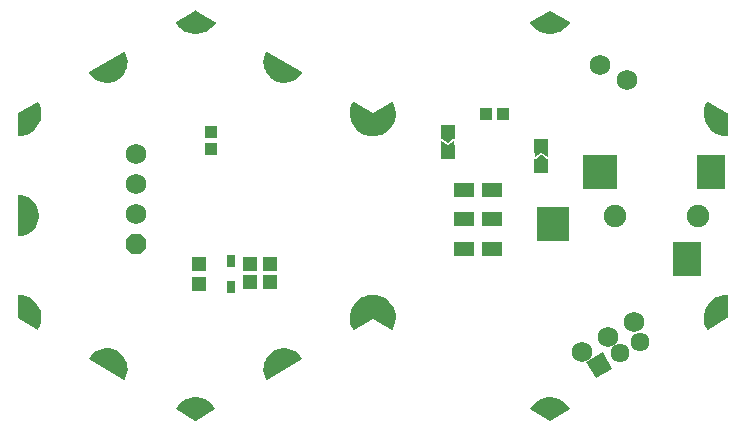
<source format=gbr>
G04 EAGLE Gerber RS-274X export*
G75*
%MOMM*%
%FSLAX34Y34*%
%LPD*%
%INSoldermask Top*%
%IPPOS*%
%AMOC8*
5,1,8,0,0,1.08239X$1,22.5*%
G01*
%ADD10R,1.003200X1.003200*%
%ADD11C,1.203200*%
%ADD12P,1.869504X8X22.500000*%
%ADD13R,1.203200X1.303200*%
%ADD14C,1.727200*%
%ADD15R,1.803200X1.203200*%
%ADD16R,0.703200X1.003200*%
%ADD17R,2.803200X3.003200*%
%ADD18R,2.403200X3.003200*%
%ADD19R,3.003200X3.003200*%
%ADD20C,1.903200*%
%ADD21R,1.611200X1.611200*%
%ADD22C,1.611200*%
%ADD23R,1.303200X1.203200*%

G36*
X-786Y67103D02*
X-786Y67103D01*
X-773Y67102D01*
X2277Y67345D01*
X2310Y67354D01*
X2357Y67358D01*
X5328Y68086D01*
X5359Y68101D01*
X5405Y68112D01*
X5468Y68139D01*
X5469Y68139D01*
X6644Y68638D01*
X7820Y69137D01*
X8221Y69308D01*
X8249Y69327D01*
X8292Y69345D01*
X10880Y70977D01*
X10905Y71001D01*
X10945Y71025D01*
X13237Y73052D01*
X13258Y73079D01*
X13293Y73110D01*
X15231Y75478D01*
X15247Y75508D01*
X15277Y75544D01*
X16810Y78192D01*
X16821Y78224D01*
X16845Y78264D01*
X16898Y78404D01*
X17658Y80401D01*
X17848Y80900D01*
X17933Y81124D01*
X17939Y81157D01*
X17955Y81201D01*
X18571Y84198D01*
X18571Y84232D01*
X18581Y84278D01*
X18708Y87335D01*
X18702Y87369D01*
X18705Y87416D01*
X18339Y90454D01*
X18329Y90486D01*
X18323Y90532D01*
X17476Y93472D01*
X17460Y93502D01*
X17447Y93548D01*
X16139Y96314D01*
X16122Y96336D01*
X16112Y96363D01*
X16063Y96415D01*
X16020Y96473D01*
X15995Y96487D01*
X15975Y96508D01*
X15910Y96537D01*
X15848Y96573D01*
X15820Y96576D01*
X15793Y96588D01*
X15721Y96589D01*
X15651Y96598D01*
X15623Y96590D01*
X15594Y96591D01*
X15500Y96555D01*
X15459Y96544D01*
X15451Y96537D01*
X15438Y96533D01*
X-813Y87176D01*
X-17063Y96533D01*
X-17091Y96542D01*
X-17114Y96558D01*
X-17184Y96573D01*
X-17252Y96596D01*
X-17281Y96593D01*
X-17309Y96599D01*
X-17379Y96586D01*
X-17450Y96580D01*
X-17476Y96567D01*
X-17504Y96561D01*
X-17563Y96521D01*
X-17627Y96488D01*
X-17645Y96466D01*
X-17669Y96450D01*
X-17726Y96367D01*
X-17753Y96335D01*
X-17756Y96324D01*
X-17764Y96314D01*
X-19072Y93548D01*
X-19080Y93515D01*
X-19101Y93472D01*
X-19948Y90532D01*
X-19951Y90498D01*
X-19964Y90454D01*
X-20330Y87416D01*
X-20327Y87382D01*
X-20333Y87335D01*
X-20206Y84278D01*
X-20198Y84245D01*
X-20196Y84198D01*
X-19580Y81201D01*
X-19567Y81170D01*
X-19558Y81124D01*
X-18470Y78264D01*
X-18451Y78236D01*
X-18435Y78192D01*
X-16902Y75544D01*
X-16879Y75518D01*
X-16856Y75478D01*
X-14918Y73110D01*
X-14892Y73088D01*
X-14862Y73052D01*
X-12570Y71025D01*
X-12540Y71009D01*
X-12505Y70977D01*
X-9917Y69345D01*
X-9886Y69333D01*
X-9846Y69308D01*
X-7030Y68112D01*
X-6996Y68105D01*
X-6953Y68086D01*
X-3982Y67358D01*
X-3948Y67356D01*
X-3902Y67345D01*
X-852Y67102D01*
X-824Y67106D01*
X-796Y67101D01*
X-786Y67103D01*
G37*
G36*
X15754Y-96586D02*
X15754Y-96586D01*
X15825Y-96580D01*
X15851Y-96567D01*
X15879Y-96561D01*
X15938Y-96521D01*
X16002Y-96488D01*
X16020Y-96466D01*
X16044Y-96450D01*
X16101Y-96367D01*
X16128Y-96335D01*
X16131Y-96324D01*
X16139Y-96314D01*
X17447Y-93548D01*
X17455Y-93515D01*
X17476Y-93472D01*
X18323Y-90532D01*
X18326Y-90498D01*
X18339Y-90454D01*
X18705Y-87416D01*
X18702Y-87382D01*
X18708Y-87335D01*
X18581Y-84278D01*
X18573Y-84245D01*
X18571Y-84198D01*
X17955Y-81201D01*
X17942Y-81170D01*
X17933Y-81124D01*
X16845Y-78264D01*
X16826Y-78236D01*
X16810Y-78192D01*
X15277Y-75544D01*
X15254Y-75518D01*
X15231Y-75478D01*
X13293Y-73110D01*
X13267Y-73088D01*
X13237Y-73052D01*
X10945Y-71025D01*
X10915Y-71009D01*
X10880Y-70977D01*
X8292Y-69345D01*
X8261Y-69333D01*
X8221Y-69308D01*
X5405Y-68112D01*
X5371Y-68105D01*
X5328Y-68086D01*
X2357Y-67358D01*
X2323Y-67356D01*
X2277Y-67345D01*
X-773Y-67102D01*
X-801Y-67106D01*
X-829Y-67101D01*
X-839Y-67103D01*
X-852Y-67102D01*
X-3902Y-67345D01*
X-3935Y-67354D01*
X-3982Y-67358D01*
X-6953Y-68086D01*
X-6984Y-68101D01*
X-7030Y-68112D01*
X-7194Y-68182D01*
X-8370Y-68681D01*
X-9546Y-69180D01*
X-9846Y-69308D01*
X-9874Y-69327D01*
X-9917Y-69345D01*
X-12505Y-70977D01*
X-12530Y-71001D01*
X-12570Y-71025D01*
X-14862Y-73052D01*
X-14883Y-73079D01*
X-14918Y-73110D01*
X-16856Y-75478D01*
X-16872Y-75508D01*
X-16902Y-75544D01*
X-18435Y-78192D01*
X-18446Y-78224D01*
X-18470Y-78264D01*
X-19558Y-81124D01*
X-19564Y-81157D01*
X-19580Y-81201D01*
X-20196Y-84198D01*
X-20196Y-84232D01*
X-20206Y-84278D01*
X-20333Y-87335D01*
X-20327Y-87369D01*
X-20330Y-87416D01*
X-19964Y-90454D01*
X-19954Y-90486D01*
X-19948Y-90532D01*
X-19101Y-93472D01*
X-19085Y-93502D01*
X-19072Y-93548D01*
X-17764Y-96314D01*
X-17747Y-96336D01*
X-17737Y-96363D01*
X-17688Y-96415D01*
X-17645Y-96473D01*
X-17620Y-96487D01*
X-17600Y-96508D01*
X-17535Y-96537D01*
X-17473Y-96573D01*
X-17445Y-96576D01*
X-17418Y-96588D01*
X-17346Y-96589D01*
X-17276Y-96598D01*
X-17248Y-96590D01*
X-17219Y-96591D01*
X-17125Y-96555D01*
X-17084Y-96544D01*
X-17076Y-96537D01*
X-17063Y-96533D01*
X-813Y-87176D01*
X15438Y-96533D01*
X15466Y-96542D01*
X15489Y-96558D01*
X15559Y-96573D01*
X15627Y-96596D01*
X15656Y-96593D01*
X15684Y-96599D01*
X15754Y-96586D01*
G37*
G36*
X-300785Y-17496D02*
X-300785Y-17496D01*
X-300771Y-17498D01*
X-297973Y-17266D01*
X-297940Y-17256D01*
X-297892Y-17252D01*
X-295170Y-16563D01*
X-295139Y-16548D01*
X-295092Y-16536D01*
X-292521Y-15408D01*
X-292493Y-15388D01*
X-292448Y-15369D01*
X-290098Y-13833D01*
X-290073Y-13809D01*
X-290033Y-13783D01*
X-287967Y-11881D01*
X-287955Y-11864D01*
X-287942Y-11855D01*
X-287932Y-11839D01*
X-287911Y-11820D01*
X-286187Y-9605D01*
X-286171Y-9574D01*
X-286142Y-9536D01*
X-284805Y-7066D01*
X-284795Y-7033D01*
X-284772Y-6991D01*
X-283861Y-4335D01*
X-283856Y-4301D01*
X-283840Y-4255D01*
X-283378Y-1486D01*
X-283379Y-1451D01*
X-283371Y-1404D01*
X-283371Y1404D01*
X-283378Y1438D01*
X-283378Y1486D01*
X-283840Y4255D01*
X-283853Y4288D01*
X-283861Y4335D01*
X-284772Y6991D01*
X-284790Y7021D01*
X-284805Y7066D01*
X-286142Y9536D01*
X-286164Y9562D01*
X-286187Y9605D01*
X-287911Y11820D01*
X-287938Y11843D01*
X-287967Y11881D01*
X-290033Y13783D01*
X-290062Y13801D01*
X-290098Y13833D01*
X-292448Y15369D01*
X-292481Y15382D01*
X-292521Y15408D01*
X-295092Y16536D01*
X-295126Y16543D01*
X-295170Y16563D01*
X-297892Y17252D01*
X-297927Y17254D01*
X-297973Y17266D01*
X-300771Y17498D01*
X-300800Y17494D01*
X-300829Y17499D01*
X-300898Y17483D01*
X-300969Y17474D01*
X-300994Y17460D01*
X-301022Y17453D01*
X-301080Y17411D01*
X-301141Y17376D01*
X-301159Y17352D01*
X-301183Y17335D01*
X-301219Y17274D01*
X-301262Y17217D01*
X-301269Y17189D01*
X-301284Y17164D01*
X-301301Y17066D01*
X-301311Y17025D01*
X-301309Y17014D01*
X-301312Y17000D01*
X-301312Y-17000D01*
X-301306Y-17029D01*
X-301308Y-17058D01*
X-301286Y-17125D01*
X-301272Y-17195D01*
X-301256Y-17219D01*
X-301247Y-17247D01*
X-301200Y-17300D01*
X-301160Y-17359D01*
X-301135Y-17375D01*
X-301116Y-17397D01*
X-301052Y-17428D01*
X-300992Y-17466D01*
X-300963Y-17471D01*
X-300937Y-17483D01*
X-300838Y-17492D01*
X-300796Y-17499D01*
X-300785Y-17496D01*
G37*
G36*
X-211046Y-138886D02*
X-211046Y-138886D01*
X-210976Y-138880D01*
X-210950Y-138867D01*
X-210921Y-138861D01*
X-210862Y-138821D01*
X-210799Y-138789D01*
X-210780Y-138766D01*
X-210756Y-138750D01*
X-210699Y-138668D01*
X-210672Y-138635D01*
X-210669Y-138625D01*
X-210661Y-138613D01*
X-209463Y-136078D01*
X-209454Y-136044D01*
X-209434Y-136001D01*
X-208669Y-133303D01*
X-208666Y-133268D01*
X-208653Y-133222D01*
X-208343Y-130434D01*
X-208345Y-130406D01*
X-208343Y-130395D01*
X-208345Y-130391D01*
X-208340Y-130352D01*
X-208493Y-127552D01*
X-208502Y-127518D01*
X-208504Y-127470D01*
X-209116Y-124733D01*
X-209130Y-124701D01*
X-209140Y-124654D01*
X-210194Y-122055D01*
X-210213Y-122026D01*
X-210231Y-121982D01*
X-211698Y-119591D01*
X-211722Y-119566D01*
X-211747Y-119525D01*
X-213587Y-117409D01*
X-213615Y-117388D01*
X-213646Y-117351D01*
X-215810Y-115567D01*
X-215841Y-115551D01*
X-215878Y-115520D01*
X-218306Y-114116D01*
X-218338Y-114105D01*
X-218380Y-114081D01*
X-221006Y-113096D01*
X-221040Y-113090D01*
X-221085Y-113073D01*
X-223837Y-112534D01*
X-223872Y-112534D01*
X-223919Y-112525D01*
X-226723Y-112446D01*
X-226757Y-112452D01*
X-226805Y-112450D01*
X-229583Y-112833D01*
X-229616Y-112845D01*
X-229664Y-112851D01*
X-232341Y-113687D01*
X-232371Y-113704D01*
X-232417Y-113718D01*
X-234920Y-114982D01*
X-234948Y-115004D01*
X-234991Y-115026D01*
X-237251Y-116685D01*
X-237275Y-116711D01*
X-237314Y-116739D01*
X-239271Y-118748D01*
X-239289Y-118777D01*
X-239323Y-118812D01*
X-240923Y-121115D01*
X-240934Y-121142D01*
X-240953Y-121165D01*
X-240973Y-121233D01*
X-241001Y-121298D01*
X-241001Y-121327D01*
X-241010Y-121355D01*
X-241002Y-121426D01*
X-241002Y-121497D01*
X-240991Y-121524D01*
X-240988Y-121553D01*
X-240953Y-121615D01*
X-240926Y-121680D01*
X-240905Y-121701D01*
X-240891Y-121726D01*
X-240814Y-121789D01*
X-240784Y-121819D01*
X-240773Y-121823D01*
X-240762Y-121832D01*
X-211362Y-138832D01*
X-211335Y-138841D01*
X-211311Y-138858D01*
X-211241Y-138873D01*
X-211174Y-138895D01*
X-211145Y-138893D01*
X-211116Y-138899D01*
X-211046Y-138886D01*
G37*
G36*
X-223919Y112525D02*
X-223919Y112525D01*
X-223885Y112533D01*
X-223837Y112534D01*
X-221085Y113073D01*
X-221053Y113087D01*
X-221006Y113096D01*
X-218380Y114081D01*
X-218351Y114099D01*
X-218306Y114116D01*
X-215878Y115520D01*
X-215852Y115543D01*
X-215810Y115567D01*
X-213646Y117351D01*
X-213625Y117378D01*
X-213587Y117409D01*
X-211747Y119525D01*
X-211730Y119555D01*
X-211698Y119591D01*
X-210231Y121982D01*
X-210219Y122014D01*
X-210194Y122055D01*
X-209140Y124654D01*
X-209134Y124688D01*
X-209116Y124733D01*
X-208504Y127470D01*
X-208503Y127505D01*
X-208493Y127552D01*
X-208340Y130352D01*
X-208345Y130386D01*
X-208343Y130434D01*
X-208653Y133222D01*
X-208663Y133255D01*
X-208669Y133303D01*
X-209434Y136001D01*
X-209450Y136031D01*
X-209463Y136078D01*
X-210661Y138613D01*
X-210679Y138637D01*
X-210689Y138664D01*
X-210738Y138716D01*
X-210780Y138773D01*
X-210805Y138787D01*
X-210825Y138809D01*
X-210891Y138837D01*
X-210952Y138873D01*
X-210981Y138876D01*
X-211008Y138888D01*
X-211079Y138889D01*
X-211149Y138898D01*
X-211177Y138890D01*
X-211207Y138890D01*
X-211299Y138856D01*
X-211341Y138844D01*
X-211350Y138837D01*
X-211362Y138832D01*
X-240762Y121832D01*
X-240784Y121813D01*
X-240811Y121800D01*
X-240858Y121747D01*
X-240911Y121700D01*
X-240924Y121674D01*
X-240943Y121652D01*
X-240966Y121585D01*
X-240997Y121521D01*
X-240998Y121492D01*
X-241008Y121464D01*
X-241003Y121393D01*
X-241006Y121322D01*
X-240995Y121295D01*
X-240993Y121266D01*
X-240951Y121176D01*
X-240936Y121136D01*
X-240929Y121128D01*
X-240923Y121115D01*
X-239323Y118812D01*
X-239298Y118788D01*
X-239271Y118748D01*
X-237314Y116739D01*
X-237285Y116720D01*
X-237251Y116685D01*
X-234991Y115026D01*
X-234959Y115011D01*
X-234920Y114982D01*
X-232417Y113718D01*
X-232384Y113709D01*
X-232341Y113687D01*
X-229664Y112851D01*
X-229629Y112848D01*
X-229583Y112833D01*
X-226805Y112450D01*
X-226770Y112452D01*
X-226723Y112446D01*
X-223919Y112525D01*
G37*
G36*
X-90448Y-138890D02*
X-90448Y-138890D01*
X-90418Y-138890D01*
X-90326Y-138856D01*
X-90284Y-138844D01*
X-90276Y-138837D01*
X-90263Y-138832D01*
X-60863Y-121832D01*
X-60841Y-121813D01*
X-60814Y-121800D01*
X-60767Y-121747D01*
X-60714Y-121700D01*
X-60701Y-121674D01*
X-60682Y-121652D01*
X-60659Y-121585D01*
X-60628Y-121521D01*
X-60627Y-121492D01*
X-60617Y-121464D01*
X-60622Y-121393D01*
X-60619Y-121322D01*
X-60630Y-121295D01*
X-60632Y-121266D01*
X-60674Y-121176D01*
X-60689Y-121136D01*
X-60697Y-121128D01*
X-60702Y-121115D01*
X-62302Y-118812D01*
X-62327Y-118788D01*
X-62354Y-118748D01*
X-64311Y-116739D01*
X-64340Y-116720D01*
X-64374Y-116685D01*
X-66634Y-115026D01*
X-66666Y-115011D01*
X-66705Y-114982D01*
X-69208Y-113718D01*
X-69241Y-113709D01*
X-69284Y-113687D01*
X-71961Y-112851D01*
X-71996Y-112848D01*
X-72042Y-112833D01*
X-74820Y-112450D01*
X-74855Y-112452D01*
X-74902Y-112446D01*
X-77706Y-112525D01*
X-77740Y-112533D01*
X-77788Y-112534D01*
X-80540Y-113073D01*
X-80572Y-113087D01*
X-80619Y-113096D01*
X-83245Y-114081D01*
X-83274Y-114099D01*
X-83319Y-114116D01*
X-85747Y-115520D01*
X-85773Y-115543D01*
X-85815Y-115567D01*
X-87979Y-117351D01*
X-88000Y-117378D01*
X-88038Y-117409D01*
X-89878Y-119525D01*
X-89895Y-119555D01*
X-89927Y-119591D01*
X-91394Y-121982D01*
X-91406Y-122014D01*
X-91431Y-122055D01*
X-92485Y-124654D01*
X-92491Y-124688D01*
X-92509Y-124733D01*
X-93121Y-127470D01*
X-93122Y-127505D01*
X-93132Y-127552D01*
X-93285Y-130352D01*
X-93280Y-130386D01*
X-93283Y-130434D01*
X-92972Y-133222D01*
X-92962Y-133255D01*
X-92956Y-133303D01*
X-92191Y-136001D01*
X-92176Y-136031D01*
X-92162Y-136078D01*
X-90964Y-138613D01*
X-90946Y-138637D01*
X-90936Y-138664D01*
X-90887Y-138716D01*
X-90845Y-138773D01*
X-90820Y-138787D01*
X-90800Y-138809D01*
X-90734Y-138837D01*
X-90673Y-138873D01*
X-90644Y-138876D01*
X-90617Y-138888D01*
X-90546Y-138889D01*
X-90476Y-138898D01*
X-90448Y-138890D01*
G37*
G36*
X-74868Y112452D02*
X-74868Y112452D01*
X-74820Y112450D01*
X-72042Y112833D01*
X-72009Y112845D01*
X-71961Y112851D01*
X-69284Y113687D01*
X-69254Y113704D01*
X-69208Y113718D01*
X-66705Y114982D01*
X-66677Y115004D01*
X-66634Y115026D01*
X-64374Y116685D01*
X-64350Y116711D01*
X-64311Y116739D01*
X-62354Y118748D01*
X-62336Y118777D01*
X-62302Y118812D01*
X-60702Y121115D01*
X-60691Y121142D01*
X-60672Y121165D01*
X-60652Y121233D01*
X-60624Y121298D01*
X-60624Y121327D01*
X-60615Y121355D01*
X-60623Y121426D01*
X-60623Y121497D01*
X-60634Y121524D01*
X-60637Y121553D01*
X-60672Y121615D01*
X-60699Y121680D01*
X-60720Y121701D01*
X-60734Y121726D01*
X-60811Y121789D01*
X-60841Y121819D01*
X-60852Y121823D01*
X-60863Y121832D01*
X-90263Y138832D01*
X-90290Y138841D01*
X-90314Y138858D01*
X-90384Y138873D01*
X-90451Y138895D01*
X-90480Y138893D01*
X-90509Y138899D01*
X-90579Y138886D01*
X-90649Y138880D01*
X-90675Y138867D01*
X-90704Y138861D01*
X-90763Y138821D01*
X-90826Y138789D01*
X-90845Y138766D01*
X-90869Y138750D01*
X-90926Y138668D01*
X-90953Y138635D01*
X-90956Y138625D01*
X-90964Y138613D01*
X-92162Y136078D01*
X-92171Y136044D01*
X-92191Y136001D01*
X-92956Y133303D01*
X-92959Y133268D01*
X-92972Y133222D01*
X-93283Y130434D01*
X-93280Y130407D01*
X-93281Y130402D01*
X-93280Y130397D01*
X-93285Y130352D01*
X-93132Y127552D01*
X-93123Y127518D01*
X-93121Y127470D01*
X-92509Y124733D01*
X-92495Y124701D01*
X-92485Y124654D01*
X-91431Y122055D01*
X-91412Y122026D01*
X-91394Y121982D01*
X-89927Y119591D01*
X-89903Y119566D01*
X-89878Y119525D01*
X-88038Y117409D01*
X-88010Y117388D01*
X-87979Y117351D01*
X-85815Y115567D01*
X-85784Y115551D01*
X-85747Y115520D01*
X-83319Y114116D01*
X-83287Y114105D01*
X-83245Y114081D01*
X-80619Y113096D01*
X-80585Y113090D01*
X-80540Y113073D01*
X-77788Y112534D01*
X-77753Y112534D01*
X-77706Y112525D01*
X-74902Y112446D01*
X-74868Y112452D01*
G37*
G36*
X-300804Y67064D02*
X-300804Y67064D01*
X-300791Y67063D01*
X-297734Y67310D01*
X-297702Y67319D01*
X-297655Y67323D01*
X-294678Y68056D01*
X-294647Y68071D01*
X-294602Y68082D01*
X-291781Y69284D01*
X-291753Y69303D01*
X-291710Y69321D01*
X-289118Y70960D01*
X-289094Y70983D01*
X-289054Y71008D01*
X-286759Y73041D01*
X-286739Y73068D01*
X-286703Y73099D01*
X-284764Y75474D01*
X-284748Y75504D01*
X-284719Y75540D01*
X-283185Y78196D01*
X-283175Y78228D01*
X-283151Y78268D01*
X-282064Y81135D01*
X-282058Y81169D01*
X-282041Y81213D01*
X-281428Y84217D01*
X-281428Y84251D01*
X-281418Y84297D01*
X-281295Y87360D01*
X-281300Y87394D01*
X-281298Y87440D01*
X-281668Y90484D01*
X-281678Y90517D01*
X-281684Y90563D01*
X-282537Y93508D01*
X-282553Y93538D01*
X-282565Y93583D01*
X-283880Y96353D01*
X-283897Y96377D01*
X-283907Y96404D01*
X-283956Y96456D01*
X-283999Y96513D01*
X-284024Y96527D01*
X-284044Y96548D01*
X-284109Y96577D01*
X-284171Y96612D01*
X-284200Y96616D01*
X-284226Y96628D01*
X-284298Y96628D01*
X-284368Y96637D01*
X-284396Y96629D01*
X-284425Y96630D01*
X-284519Y96595D01*
X-284560Y96583D01*
X-284568Y96576D01*
X-284581Y96571D01*
X-301058Y87032D01*
X-301116Y86981D01*
X-301178Y86936D01*
X-301190Y86916D01*
X-301207Y86900D01*
X-301240Y86831D01*
X-301279Y86765D01*
X-301284Y86739D01*
X-301293Y86721D01*
X-301295Y86676D01*
X-301307Y86601D01*
X-301330Y67561D01*
X-301324Y67533D01*
X-301327Y67504D01*
X-301305Y67436D01*
X-301291Y67366D01*
X-301274Y67342D01*
X-301265Y67315D01*
X-301219Y67261D01*
X-301178Y67202D01*
X-301154Y67187D01*
X-301135Y67165D01*
X-301071Y67133D01*
X-301011Y67095D01*
X-300982Y67090D01*
X-300956Y67077D01*
X-300857Y67069D01*
X-300815Y67062D01*
X-300804Y67064D01*
G37*
G36*
X-284265Y-96625D02*
X-284265Y-96625D01*
X-284194Y-96620D01*
X-284169Y-96606D01*
X-284140Y-96601D01*
X-284081Y-96561D01*
X-284018Y-96528D01*
X-283999Y-96506D01*
X-283975Y-96490D01*
X-283918Y-96408D01*
X-283891Y-96375D01*
X-283888Y-96365D01*
X-283880Y-96353D01*
X-282565Y-93583D01*
X-282557Y-93550D01*
X-282537Y-93508D01*
X-281684Y-90563D01*
X-281681Y-90529D01*
X-281668Y-90484D01*
X-281298Y-87440D01*
X-281301Y-87407D01*
X-281295Y-87360D01*
X-281418Y-84297D01*
X-281426Y-84264D01*
X-281428Y-84217D01*
X-282041Y-81213D01*
X-282055Y-81181D01*
X-282064Y-81135D01*
X-283151Y-78268D01*
X-283169Y-78240D01*
X-283185Y-78196D01*
X-284719Y-75540D01*
X-284741Y-75515D01*
X-284764Y-75474D01*
X-286703Y-73099D01*
X-286730Y-73078D01*
X-286759Y-73041D01*
X-289054Y-71008D01*
X-289083Y-70991D01*
X-289118Y-70960D01*
X-291710Y-69321D01*
X-291742Y-69309D01*
X-291781Y-69284D01*
X-294602Y-68082D01*
X-294635Y-68075D01*
X-294678Y-68056D01*
X-297655Y-67323D01*
X-297689Y-67321D01*
X-297734Y-67310D01*
X-300791Y-67063D01*
X-300819Y-67066D01*
X-300848Y-67062D01*
X-300917Y-67078D01*
X-300988Y-67087D01*
X-301013Y-67101D01*
X-301041Y-67108D01*
X-301099Y-67150D01*
X-301161Y-67186D01*
X-301178Y-67209D01*
X-301201Y-67226D01*
X-301238Y-67287D01*
X-301281Y-67344D01*
X-301288Y-67372D01*
X-301303Y-67397D01*
X-301319Y-67496D01*
X-301330Y-67537D01*
X-301328Y-67548D01*
X-301330Y-67561D01*
X-301307Y-86601D01*
X-301292Y-86676D01*
X-301284Y-86752D01*
X-301272Y-86773D01*
X-301268Y-86795D01*
X-301224Y-86859D01*
X-301186Y-86926D01*
X-301166Y-86942D01*
X-301155Y-86959D01*
X-301117Y-86983D01*
X-301058Y-87032D01*
X-284581Y-96571D01*
X-284554Y-96581D01*
X-284530Y-96597D01*
X-284460Y-96612D01*
X-284393Y-96635D01*
X-284364Y-96633D01*
X-284335Y-96639D01*
X-284265Y-96625D01*
G37*
G36*
X149204Y-173690D02*
X149204Y-173690D01*
X149281Y-173691D01*
X149305Y-173681D01*
X149325Y-173680D01*
X149365Y-173659D01*
X149437Y-173633D01*
X165937Y-164133D01*
X165958Y-164114D01*
X165985Y-164101D01*
X166019Y-164063D01*
X166022Y-164061D01*
X166024Y-164057D01*
X166032Y-164048D01*
X166086Y-164001D01*
X166098Y-163975D01*
X166118Y-163954D01*
X166141Y-163886D01*
X166172Y-163822D01*
X166173Y-163793D01*
X166182Y-163766D01*
X166178Y-163694D01*
X166181Y-163623D01*
X166171Y-163596D01*
X166169Y-163567D01*
X166126Y-163477D01*
X166112Y-163437D01*
X166104Y-163429D01*
X166098Y-163416D01*
X164357Y-160893D01*
X164332Y-160869D01*
X164306Y-160831D01*
X162182Y-158619D01*
X162154Y-158600D01*
X162122Y-158566D01*
X159670Y-156724D01*
X159640Y-156710D01*
X159602Y-156681D01*
X156887Y-155256D01*
X156855Y-155247D01*
X156814Y-155225D01*
X153905Y-154254D01*
X153879Y-154251D01*
X153870Y-154249D01*
X153827Y-154235D01*
X150801Y-153743D01*
X150767Y-153744D01*
X150721Y-153736D01*
X147654Y-153736D01*
X147621Y-153743D01*
X147574Y-153743D01*
X144548Y-154235D01*
X144516Y-154247D01*
X144470Y-154254D01*
X141561Y-155225D01*
X141532Y-155242D01*
X141488Y-155256D01*
X138773Y-156681D01*
X138746Y-156703D01*
X138705Y-156724D01*
X136253Y-158566D01*
X136231Y-158591D01*
X136193Y-158619D01*
X134069Y-160831D01*
X134051Y-160859D01*
X134018Y-160893D01*
X132277Y-163416D01*
X132265Y-163443D01*
X132247Y-163465D01*
X132227Y-163534D01*
X132199Y-163599D01*
X132198Y-163628D01*
X132190Y-163656D01*
X132198Y-163727D01*
X132198Y-163798D01*
X132209Y-163825D01*
X132212Y-163854D01*
X132248Y-163916D01*
X132275Y-163981D01*
X132296Y-164002D01*
X132310Y-164027D01*
X132373Y-164079D01*
X132377Y-164084D01*
X132387Y-164090D01*
X132418Y-164120D01*
X132428Y-164124D01*
X132438Y-164133D01*
X148938Y-173633D01*
X149011Y-173657D01*
X149082Y-173688D01*
X149105Y-173688D01*
X149127Y-173696D01*
X149204Y-173690D01*
G37*
G36*
X-150796Y-173690D02*
X-150796Y-173690D01*
X-150719Y-173691D01*
X-150695Y-173681D01*
X-150675Y-173680D01*
X-150635Y-173659D01*
X-150563Y-173633D01*
X-134063Y-164133D01*
X-134042Y-164114D01*
X-134015Y-164101D01*
X-133981Y-164063D01*
X-133978Y-164061D01*
X-133976Y-164057D01*
X-133968Y-164048D01*
X-133914Y-164001D01*
X-133902Y-163975D01*
X-133882Y-163954D01*
X-133859Y-163886D01*
X-133828Y-163822D01*
X-133827Y-163793D01*
X-133818Y-163766D01*
X-133822Y-163694D01*
X-133819Y-163623D01*
X-133829Y-163596D01*
X-133831Y-163567D01*
X-133874Y-163477D01*
X-133888Y-163437D01*
X-133896Y-163429D01*
X-133902Y-163416D01*
X-135643Y-160893D01*
X-135668Y-160869D01*
X-135694Y-160831D01*
X-137818Y-158619D01*
X-137846Y-158600D01*
X-137878Y-158566D01*
X-140330Y-156724D01*
X-140360Y-156710D01*
X-140398Y-156681D01*
X-143113Y-155256D01*
X-143145Y-155247D01*
X-143186Y-155225D01*
X-146095Y-154254D01*
X-146121Y-154251D01*
X-146131Y-154249D01*
X-146173Y-154235D01*
X-149199Y-153743D01*
X-149233Y-153744D01*
X-149279Y-153736D01*
X-152346Y-153736D01*
X-152379Y-153743D01*
X-152426Y-153743D01*
X-155452Y-154235D01*
X-155484Y-154247D01*
X-155530Y-154254D01*
X-158439Y-155225D01*
X-158468Y-155242D01*
X-158512Y-155256D01*
X-161227Y-156681D01*
X-161254Y-156703D01*
X-161295Y-156724D01*
X-163747Y-158566D01*
X-163769Y-158591D01*
X-163807Y-158619D01*
X-165931Y-160831D01*
X-165949Y-160859D01*
X-165982Y-160893D01*
X-167723Y-163416D01*
X-167735Y-163443D01*
X-167753Y-163465D01*
X-167774Y-163534D01*
X-167801Y-163599D01*
X-167802Y-163628D01*
X-167810Y-163656D01*
X-167802Y-163727D01*
X-167802Y-163798D01*
X-167791Y-163825D01*
X-167788Y-163854D01*
X-167753Y-163916D01*
X-167725Y-163981D01*
X-167704Y-164002D01*
X-167690Y-164027D01*
X-167627Y-164079D01*
X-167623Y-164084D01*
X-167613Y-164090D01*
X-167582Y-164120D01*
X-167572Y-164124D01*
X-167562Y-164133D01*
X-151062Y-173633D01*
X-150989Y-173657D01*
X-150918Y-173688D01*
X-150895Y-173688D01*
X-150873Y-173696D01*
X-150796Y-173690D01*
G37*
G36*
X150754Y153743D02*
X150754Y153743D01*
X150801Y153743D01*
X153827Y154235D01*
X153859Y154247D01*
X153905Y154254D01*
X156814Y155225D01*
X156843Y155242D01*
X156887Y155256D01*
X159602Y156681D01*
X159629Y156703D01*
X159670Y156724D01*
X162122Y158566D01*
X162144Y158591D01*
X162182Y158619D01*
X164306Y160831D01*
X164324Y160859D01*
X164357Y160893D01*
X166098Y163416D01*
X166110Y163443D01*
X166128Y163465D01*
X166149Y163534D01*
X166176Y163599D01*
X166177Y163628D01*
X166185Y163656D01*
X166177Y163727D01*
X166177Y163798D01*
X166166Y163825D01*
X166163Y163854D01*
X166128Y163916D01*
X166100Y163981D01*
X166079Y164002D01*
X166065Y164027D01*
X165988Y164090D01*
X165957Y164120D01*
X165947Y164124D01*
X165937Y164133D01*
X149437Y173633D01*
X149364Y173657D01*
X149293Y173688D01*
X149270Y173688D01*
X149248Y173696D01*
X149171Y173690D01*
X149094Y173691D01*
X149070Y173681D01*
X149050Y173680D01*
X149010Y173659D01*
X148938Y173633D01*
X132438Y164133D01*
X132417Y164114D01*
X132390Y164101D01*
X132343Y164048D01*
X132289Y164001D01*
X132277Y163975D01*
X132257Y163954D01*
X132234Y163886D01*
X132203Y163822D01*
X132202Y163793D01*
X132193Y163766D01*
X132197Y163694D01*
X132194Y163623D01*
X132204Y163596D01*
X132206Y163567D01*
X132249Y163477D01*
X132263Y163437D01*
X132271Y163429D01*
X132277Y163416D01*
X134018Y160893D01*
X134043Y160869D01*
X134069Y160831D01*
X136193Y158619D01*
X136221Y158600D01*
X136253Y158566D01*
X138705Y156724D01*
X138735Y156710D01*
X138773Y156681D01*
X141488Y155256D01*
X141520Y155247D01*
X141561Y155225D01*
X144470Y154254D01*
X144504Y154250D01*
X144548Y154235D01*
X147574Y153743D01*
X147608Y153744D01*
X147654Y153736D01*
X150721Y153736D01*
X150754Y153743D01*
G37*
G36*
X-149246Y153743D02*
X-149246Y153743D01*
X-149199Y153743D01*
X-146173Y154235D01*
X-146141Y154247D01*
X-146095Y154254D01*
X-143186Y155225D01*
X-143157Y155242D01*
X-143113Y155256D01*
X-140398Y156681D01*
X-140371Y156703D01*
X-140330Y156724D01*
X-137878Y158566D01*
X-137856Y158591D01*
X-137818Y158619D01*
X-135694Y160831D01*
X-135676Y160859D01*
X-135643Y160893D01*
X-133902Y163416D01*
X-133890Y163443D01*
X-133872Y163465D01*
X-133852Y163534D01*
X-133824Y163599D01*
X-133823Y163628D01*
X-133815Y163656D01*
X-133823Y163727D01*
X-133823Y163798D01*
X-133834Y163825D01*
X-133837Y163854D01*
X-133873Y163916D01*
X-133900Y163981D01*
X-133921Y164002D01*
X-133935Y164027D01*
X-134012Y164090D01*
X-134043Y164120D01*
X-134053Y164124D01*
X-134063Y164133D01*
X-150563Y173633D01*
X-150636Y173657D01*
X-150707Y173688D01*
X-150730Y173688D01*
X-150752Y173696D01*
X-150829Y173690D01*
X-150906Y173691D01*
X-150930Y173681D01*
X-150950Y173680D01*
X-150990Y173659D01*
X-151062Y173633D01*
X-167562Y164133D01*
X-167583Y164114D01*
X-167610Y164101D01*
X-167657Y164048D01*
X-167711Y164001D01*
X-167723Y163975D01*
X-167743Y163954D01*
X-167766Y163886D01*
X-167797Y163822D01*
X-167798Y163793D01*
X-167807Y163766D01*
X-167803Y163694D01*
X-167806Y163623D01*
X-167796Y163596D01*
X-167794Y163567D01*
X-167751Y163477D01*
X-167737Y163437D01*
X-167729Y163429D01*
X-167723Y163416D01*
X-165982Y160893D01*
X-165957Y160869D01*
X-165931Y160831D01*
X-163807Y158619D01*
X-163779Y158600D01*
X-163747Y158566D01*
X-161295Y156724D01*
X-161265Y156710D01*
X-161227Y156681D01*
X-158512Y155256D01*
X-158480Y155247D01*
X-158439Y155225D01*
X-155530Y154254D01*
X-155496Y154250D01*
X-155452Y154235D01*
X-152426Y153743D01*
X-152392Y153744D01*
X-152346Y153736D01*
X-149279Y153736D01*
X-149246Y153743D01*
G37*
G36*
X299274Y67118D02*
X299274Y67118D01*
X299345Y67126D01*
X299370Y67141D01*
X299397Y67147D01*
X299455Y67190D01*
X299518Y67226D01*
X299535Y67248D01*
X299558Y67265D01*
X299594Y67327D01*
X299638Y67384D01*
X299645Y67412D01*
X299659Y67436D01*
X299676Y67536D01*
X299686Y67577D01*
X299685Y67587D01*
X299687Y67600D01*
X299687Y86600D01*
X299671Y86676D01*
X299663Y86754D01*
X299652Y86773D01*
X299647Y86795D01*
X299603Y86859D01*
X299565Y86927D01*
X299546Y86943D01*
X299535Y86959D01*
X299497Y86983D01*
X299437Y87033D01*
X282937Y96533D01*
X282909Y96542D01*
X282886Y96558D01*
X282816Y96573D01*
X282748Y96596D01*
X282720Y96593D01*
X282691Y96599D01*
X282621Y96586D01*
X282550Y96580D01*
X282524Y96567D01*
X282496Y96561D01*
X282437Y96521D01*
X282373Y96488D01*
X282355Y96466D01*
X282331Y96450D01*
X282274Y96367D01*
X282247Y96335D01*
X282244Y96324D01*
X282236Y96314D01*
X280928Y93548D01*
X280920Y93515D01*
X280899Y93472D01*
X280052Y90532D01*
X280049Y90498D01*
X280036Y90454D01*
X279670Y87416D01*
X279673Y87382D01*
X279667Y87335D01*
X279794Y84278D01*
X279802Y84245D01*
X279804Y84198D01*
X280420Y81201D01*
X280433Y81170D01*
X280442Y81124D01*
X281530Y78264D01*
X281549Y78236D01*
X281565Y78192D01*
X283098Y75544D01*
X283121Y75518D01*
X283144Y75478D01*
X285082Y73110D01*
X285108Y73088D01*
X285138Y73052D01*
X287430Y71025D01*
X287460Y71009D01*
X287495Y70977D01*
X290083Y69345D01*
X290115Y69333D01*
X290154Y69308D01*
X292970Y68112D01*
X293004Y68105D01*
X293047Y68086D01*
X296018Y67358D01*
X296052Y67356D01*
X296098Y67345D01*
X299148Y67102D01*
X299176Y67106D01*
X299204Y67101D01*
X299274Y67118D01*
G37*
G36*
X282752Y-96590D02*
X282752Y-96590D01*
X282781Y-96591D01*
X282875Y-96555D01*
X282916Y-96544D01*
X282924Y-96537D01*
X282937Y-96533D01*
X299437Y-87033D01*
X299495Y-86981D01*
X299558Y-86935D01*
X299569Y-86916D01*
X299586Y-86901D01*
X299619Y-86831D01*
X299659Y-86764D01*
X299663Y-86740D01*
X299672Y-86722D01*
X299674Y-86677D01*
X299687Y-86600D01*
X299687Y-67600D01*
X299681Y-67572D01*
X299684Y-67544D01*
X299661Y-67476D01*
X299647Y-67405D01*
X299631Y-67382D01*
X299622Y-67355D01*
X299575Y-67300D01*
X299535Y-67241D01*
X299511Y-67226D01*
X299492Y-67205D01*
X299428Y-67173D01*
X299367Y-67134D01*
X299339Y-67129D01*
X299314Y-67117D01*
X299212Y-67108D01*
X299171Y-67101D01*
X299161Y-67103D01*
X299148Y-67102D01*
X296098Y-67345D01*
X296065Y-67354D01*
X296018Y-67358D01*
X293047Y-68086D01*
X293016Y-68101D01*
X292970Y-68112D01*
X292806Y-68182D01*
X291630Y-68681D01*
X290454Y-69180D01*
X290154Y-69308D01*
X290126Y-69327D01*
X290083Y-69345D01*
X287495Y-70977D01*
X287470Y-71001D01*
X287430Y-71025D01*
X285138Y-73052D01*
X285117Y-73079D01*
X285082Y-73110D01*
X283144Y-75478D01*
X283128Y-75508D01*
X283098Y-75544D01*
X281565Y-78192D01*
X281554Y-78224D01*
X281530Y-78264D01*
X280442Y-81124D01*
X280436Y-81157D01*
X280420Y-81201D01*
X279804Y-84198D01*
X279804Y-84232D01*
X279794Y-84278D01*
X279667Y-87335D01*
X279673Y-87369D01*
X279670Y-87416D01*
X280036Y-90454D01*
X280046Y-90486D01*
X280052Y-90532D01*
X280899Y-93472D01*
X280915Y-93502D01*
X280928Y-93548D01*
X282236Y-96314D01*
X282253Y-96336D01*
X282263Y-96363D01*
X282312Y-96415D01*
X282355Y-96473D01*
X282380Y-96487D01*
X282400Y-96508D01*
X282465Y-96537D01*
X282527Y-96573D01*
X282556Y-96576D01*
X282582Y-96588D01*
X282654Y-96589D01*
X282724Y-96598D01*
X282752Y-96590D01*
G37*
G36*
X68042Y57977D02*
X68042Y57977D01*
X68044Y57976D01*
X68087Y57996D01*
X68131Y58015D01*
X68132Y58017D01*
X68134Y58018D01*
X68167Y58103D01*
X68167Y62675D01*
X68152Y62708D01*
X68145Y62744D01*
X68134Y62752D01*
X68128Y62765D01*
X68094Y62778D01*
X68063Y62799D01*
X68049Y62796D01*
X68036Y62801D01*
X68010Y62789D01*
X67974Y62782D01*
X62706Y59521D01*
X57439Y62782D01*
X57403Y62787D01*
X57368Y62801D01*
X57355Y62795D01*
X57341Y62797D01*
X57312Y62775D01*
X57279Y62759D01*
X57273Y62746D01*
X57263Y62738D01*
X57259Y62709D01*
X57246Y62675D01*
X57246Y58103D01*
X57247Y58101D01*
X57246Y58098D01*
X57266Y58055D01*
X57284Y58012D01*
X57286Y58011D01*
X57287Y58009D01*
X57372Y57976D01*
X68040Y57976D01*
X68042Y57977D01*
G37*
G36*
X147432Y49918D02*
X147432Y49918D01*
X147446Y49916D01*
X147475Y49938D01*
X147509Y49953D01*
X147514Y49967D01*
X147525Y49975D01*
X147528Y50003D01*
X147542Y50038D01*
X147542Y54610D01*
X147541Y54612D01*
X147541Y54614D01*
X147522Y54657D01*
X147503Y54701D01*
X147501Y54701D01*
X147500Y54703D01*
X147415Y54736D01*
X136747Y54736D01*
X136745Y54735D01*
X136743Y54736D01*
X136700Y54716D01*
X136657Y54698D01*
X136656Y54696D01*
X136654Y54695D01*
X136621Y54610D01*
X136621Y50038D01*
X136635Y50004D01*
X136642Y49968D01*
X136654Y49960D01*
X136659Y49947D01*
X136694Y49934D01*
X136724Y49914D01*
X136739Y49917D01*
X136751Y49912D01*
X136777Y49924D01*
X136814Y49931D01*
X142081Y53192D01*
X147349Y49931D01*
X147385Y49925D01*
X147419Y49912D01*
X147432Y49918D01*
G37*
G36*
X62712Y61793D02*
X62712Y61793D01*
X62733Y61789D01*
X62751Y61802D01*
X62776Y61807D01*
X68110Y65363D01*
X68118Y65375D01*
X68131Y65381D01*
X68144Y65415D01*
X68164Y65446D01*
X68161Y65459D01*
X68166Y65473D01*
X68151Y65506D01*
X68143Y65542D01*
X68131Y65549D01*
X68125Y65562D01*
X68085Y65578D01*
X68059Y65593D01*
X68049Y65591D01*
X68040Y65595D01*
X57372Y65595D01*
X57359Y65589D01*
X57346Y65592D01*
X57316Y65571D01*
X57282Y65556D01*
X57277Y65543D01*
X57265Y65535D01*
X57259Y65499D01*
X57246Y65464D01*
X57252Y65452D01*
X57250Y65438D01*
X57275Y65403D01*
X57287Y65375D01*
X57297Y65372D01*
X57302Y65363D01*
X62636Y61807D01*
X62664Y61802D01*
X62687Y61788D01*
X62712Y61793D01*
G37*
G36*
X147428Y47123D02*
X147428Y47123D01*
X147442Y47121D01*
X147472Y47142D01*
X147506Y47156D01*
X147511Y47169D01*
X147522Y47177D01*
X147528Y47214D01*
X147541Y47248D01*
X147536Y47261D01*
X147538Y47275D01*
X147513Y47310D01*
X147500Y47337D01*
X147491Y47341D01*
X147485Y47349D01*
X142151Y50905D01*
X142124Y50910D01*
X142100Y50925D01*
X142076Y50919D01*
X142055Y50923D01*
X142036Y50911D01*
X142011Y50905D01*
X136677Y47349D01*
X136670Y47337D01*
X136657Y47332D01*
X136643Y47298D01*
X136623Y47267D01*
X136626Y47253D01*
X136621Y47240D01*
X136637Y47207D01*
X136645Y47171D01*
X136656Y47163D01*
X136662Y47151D01*
X136703Y47135D01*
X136728Y47119D01*
X136738Y47121D01*
X136747Y47118D01*
X147415Y47118D01*
X147428Y47123D01*
G37*
D10*
X-138113Y71000D03*
X-138113Y56000D03*
D11*
X-150813Y165200D03*
X-93Y77520D03*
X-93Y-77520D03*
X-150813Y-165200D03*
X-222313Y123900D03*
X-79313Y123900D03*
X-79313Y-123900D03*
X-222313Y-123900D03*
X149188Y165200D03*
X292288Y82600D03*
X292288Y-82600D03*
X149188Y-165200D03*
X-293880Y82600D03*
X-293880Y-82600D03*
X-293913Y0D03*
D12*
X-200819Y-23813D03*
D13*
X-87544Y-56356D03*
X-104544Y-56356D03*
X-147638Y-40713D03*
X-147638Y-57713D03*
X-87544Y-41275D03*
X-104544Y-41275D03*
D14*
X-201613Y52388D03*
X-201613Y26988D03*
X-201613Y1588D03*
D15*
X76106Y21900D03*
X76106Y-3100D03*
X76106Y-28100D03*
X100106Y21900D03*
X100106Y-3100D03*
X100106Y-28100D03*
D14*
X176809Y-115530D03*
X198806Y-102830D03*
X220803Y-90130D03*
D10*
X109894Y85725D03*
X94894Y85725D03*
D14*
X214093Y114684D03*
X192052Y127307D03*
D16*
X-120650Y-60213D03*
X-120650Y-38213D03*
D17*
X151638Y-7500D03*
D18*
X265638Y-37000D03*
X285638Y37000D03*
D19*
X191638Y37000D03*
D20*
X274638Y0D03*
X204638Y0D03*
D21*
G36*
X202043Y-129633D02*
X188091Y-137689D01*
X180035Y-123737D01*
X193987Y-115681D01*
X202043Y-129633D01*
G37*
D22*
X208360Y-116685D03*
X225680Y-106685D03*
D23*
X142081Y42300D03*
X142081Y59300D03*
X62706Y70413D03*
X62706Y53413D03*
M02*

</source>
